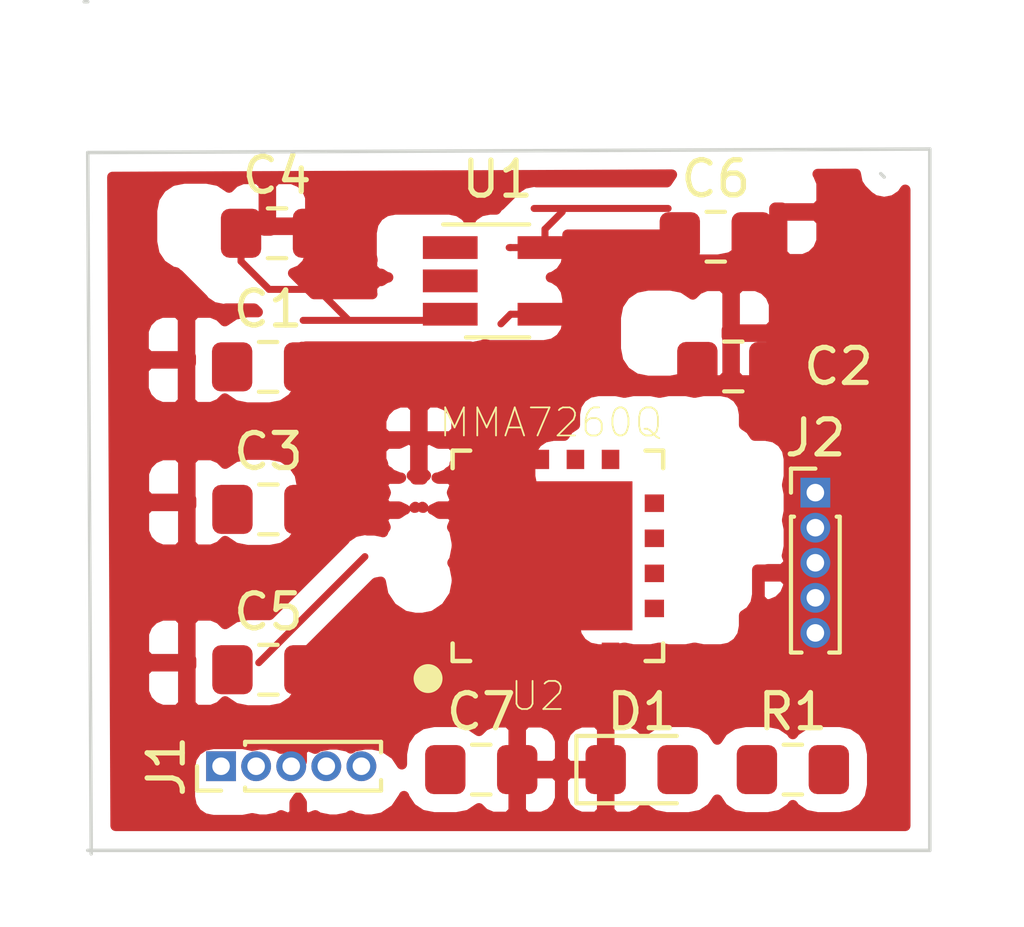
<source format=kicad_pcb>
(kicad_pcb (version 20171130) (host pcbnew 5.0.0-fee4fd1~66~ubuntu16.04.1)

  (general
    (thickness 1.6)
    (drawings 6)
    (tracks 14)
    (zones 0)
    (modules 13)
    (nets 17)
  )

  (page A4)
  (layers
    (0 F.Cu signal)
    (31 B.Cu signal)
    (32 B.Adhes user)
    (33 F.Adhes user)
    (34 B.Paste user)
    (35 F.Paste user)
    (36 B.SilkS user)
    (37 F.SilkS user)
    (38 B.Mask user)
    (39 F.Mask user)
    (40 Dwgs.User user)
    (41 Cmts.User user)
    (42 Eco1.User user)
    (43 Eco2.User user)
    (44 Edge.Cuts user)
    (45 Margin user)
    (46 B.CrtYd user)
    (47 F.CrtYd user)
    (48 B.Fab user)
    (49 F.Fab user)
  )

  (setup
    (last_trace_width 0.25)
    (user_trace_width 0.3)
    (user_trace_width 0.5)
    (user_trace_width 0.8)
    (user_trace_width 1)
    (trace_clearance 0.25)
    (zone_clearance 0.508)
    (zone_45_only no)
    (trace_min 0.25)
    (segment_width 0.2)
    (edge_width 0.1)
    (via_size 1)
    (via_drill 0.5)
    (via_min_size 1)
    (via_min_drill 0.5)
    (user_via 1.4 0.7)
    (uvia_size 0.3)
    (uvia_drill 0.1)
    (uvias_allowed no)
    (uvia_min_size 0.2)
    (uvia_min_drill 0.1)
    (pcb_text_width 0.3)
    (pcb_text_size 1.5 1.5)
    (mod_edge_width 0.15)
    (mod_text_size 1 1)
    (mod_text_width 0.15)
    (pad_size 1.5 1.5)
    (pad_drill 0.6)
    (pad_to_mask_clearance 0)
    (aux_axis_origin 0 0)
    (visible_elements FFFFFF7F)
    (pcbplotparams
      (layerselection 0x010fc_ffffffff)
      (usegerberextensions false)
      (usegerberattributes false)
      (usegerberadvancedattributes false)
      (creategerberjobfile false)
      (excludeedgelayer true)
      (linewidth 0.100000)
      (plotframeref false)
      (viasonmask false)
      (mode 1)
      (useauxorigin false)
      (hpglpennumber 1)
      (hpglpenspeed 20)
      (hpglpendiameter 15.000000)
      (psnegative false)
      (psa4output false)
      (plotreference true)
      (plotvalue true)
      (plotinvisibletext false)
      (padsonsilk false)
      (subtractmaskfromsilk false)
      (outputformat 1)
      (mirror false)
      (drillshape 1)
      (scaleselection 1)
      (outputdirectory ""))
  )

  (net 0 "")
  (net 1 "Net-(D1-Pad2)")
  (net 2 GND)
  (net 3 +5V)
  (net 4 "/MMA 7361 Module/Og-Detect")
  (net 5 "/MMA 7361 Module/g-Select")
  (net 6 "/MMA 7361 Module/Sleep")
  (net 7 "Net-(J1-Pad1)")
  (net 8 "Net-(C1-Pad2)")
  (net 9 "Net-(C3-Pad2)")
  (net 10 "Net-(C5-Pad2)")
  (net 11 VCC)
  (net 12 "/MMA 7361 Module/SelfTest")
  (net 13 "Net-(U2-Pad1)")
  (net 14 "Net-(U2-Pad8)")
  (net 15 "Net-(U2-Pad11)")
  (net 16 "Net-(U2-Pad12)")

  (net_class Default "This is the default net class."
    (clearance 0.25)
    (trace_width 0.25)
    (via_dia 1)
    (via_drill 0.5)
    (uvia_dia 0.3)
    (uvia_drill 0.1)
    (diff_pair_gap 0.25)
    (diff_pair_width 0.25)
    (add_net +5V)
    (add_net "/MMA 7361 Module/Og-Detect")
    (add_net "/MMA 7361 Module/SelfTest")
    (add_net "/MMA 7361 Module/Sleep")
    (add_net "/MMA 7361 Module/g-Select")
    (add_net GND)
    (add_net "Net-(C1-Pad2)")
    (add_net "Net-(C3-Pad2)")
    (add_net "Net-(C5-Pad2)")
    (add_net "Net-(D1-Pad2)")
    (add_net "Net-(J1-Pad1)")
    (add_net "Net-(U2-Pad1)")
    (add_net "Net-(U2-Pad11)")
    (add_net "Net-(U2-Pad12)")
    (add_net "Net-(U2-Pad8)")
    (add_net VCC)
  )

  (module MMA7260Q:QFN-16 (layer F.Cu) (tedit 0) (tstamp 5BCEFB33)
    (at 142.9 94.6)
    (descr "16 LEAD QFN CASE 1622-01<br>E.g. MMA7260Q")
    (path /5BC12037/5BCB38D8)
    (attr smd)
    (fp_text reference U2 (at -0.56913 3.99993) (layer F.SilkS)
      (effects (font (size 0.801591 0.801591) (thickness 0.05)))
    )
    (fp_text value MMA7260Q (at -0.2 -3.8) (layer F.SilkS)
      (effects (font (size 0.800764 0.800764) (thickness 0.05)))
    )
    (fp_line (start -3 -3) (end 3 -3) (layer Dwgs.User) (width 0.127))
    (fp_line (start 3 -3) (end 3 3) (layer Dwgs.User) (width 0.127))
    (fp_line (start 3 3) (end -3 3) (layer Dwgs.User) (width 0.127))
    (fp_line (start -3 3) (end -3 -3) (layer Dwgs.User) (width 0.127))
    (fp_line (start -2.5 -3) (end -3 -3) (layer F.SilkS) (width 0.127))
    (fp_line (start -3 -3) (end -3 -2.5) (layer F.SilkS) (width 0.127))
    (fp_line (start 2.5 -3) (end 3 -3) (layer F.SilkS) (width 0.127))
    (fp_line (start 3 -3) (end 3 -2.5) (layer F.SilkS) (width 0.127))
    (fp_line (start -3 2.5) (end -3 3) (layer F.SilkS) (width 0.127))
    (fp_line (start -3 3) (end -2.5 3) (layer F.SilkS) (width 0.127))
    (fp_line (start 2.5 3) (end 3 3) (layer F.SilkS) (width 0.127))
    (fp_line (start 3 3) (end 3 2.5) (layer F.SilkS) (width 0.127))
    (fp_circle (center -3.7 3.5) (end -3.2877 3.5) (layer F.SilkS) (width 0))
    (pad P1 smd rect (at 0 0) (size 4.25 4.25) (layers F.Cu F.Paste F.Mask))
    (pad 1 smd rect (at -1.5 2.75) (size 0.5 0.55) (layers F.Cu F.Paste F.Mask)
      (net 13 "Net-(U2-Pad1)"))
    (pad 2 smd rect (at -0.5 2.75) (size 0.5 0.55) (layers F.Cu F.Paste F.Mask)
      (net 9 "Net-(C3-Pad2)"))
    (pad 3 smd rect (at 0.5 2.75) (size 0.5 0.55) (layers F.Cu F.Paste F.Mask)
      (net 10 "Net-(C5-Pad2)"))
    (pad 4 smd rect (at 1.5 2.75) (size 0.5 0.55) (layers F.Cu F.Paste F.Mask)
      (net 8 "Net-(C1-Pad2)"))
    (pad 5 smd rect (at 2.75 1.5 90) (size 0.5 0.55) (layers F.Cu F.Paste F.Mask)
      (net 2 GND))
    (pad 6 smd rect (at 2.75 0.5 90) (size 0.5 0.55) (layers F.Cu F.Paste F.Mask)
      (net 11 VCC))
    (pad 7 smd rect (at 2.75 -0.5 90) (size 0.5 0.55) (layers F.Cu F.Paste F.Mask)
      (net 6 "/MMA 7361 Module/Sleep"))
    (pad 8 smd rect (at 2.75 -1.5 90) (size 0.5 0.55) (layers F.Cu F.Paste F.Mask)
      (net 14 "Net-(U2-Pad8)"))
    (pad 9 smd rect (at 1.5 -2.75 180) (size 0.5 0.55) (layers F.Cu F.Paste F.Mask)
      (net 4 "/MMA 7361 Module/Og-Detect"))
    (pad 10 smd rect (at 0.5 -2.75 180) (size 0.5 0.55) (layers F.Cu F.Paste F.Mask)
      (net 5 "/MMA 7361 Module/g-Select"))
    (pad 11 smd rect (at -0.5 -2.75 180) (size 0.5 0.55) (layers F.Cu F.Paste F.Mask)
      (net 15 "Net-(U2-Pad11)"))
    (pad 12 smd rect (at -1.5 -2.75 180) (size 0.5 0.55) (layers F.Cu F.Paste F.Mask)
      (net 16 "Net-(U2-Pad12)"))
    (pad 13 smd rect (at -2.75 -1.5 270) (size 0.5 0.55) (layers F.Cu F.Paste F.Mask)
      (net 12 "/MMA 7361 Module/SelfTest"))
    (pad 14 smd rect (at -2.75 -0.5 270) (size 0.5 0.55) (layers F.Cu F.Paste F.Mask))
    (pad 15 smd rect (at -2.75 0.5 270) (size 0.5 0.55) (layers F.Cu F.Paste F.Mask))
    (pad 16 smd rect (at -2.75 1.5 270) (size 0.5 0.55) (layers F.Cu F.Paste F.Mask))
  )

  (module Connector_PinHeader_1.00mm:PinHeader_1x05_P1.00mm_Vertical (layer F.Cu) (tedit 59FED738) (tstamp 5BCF002E)
    (at 150.238 92.798)
    (descr "Through hole straight pin header, 1x05, 1.00mm pitch, single row")
    (tags "Through hole pin header THT 1x05 1.00mm single row")
    (path /5BC12037/5BC52AEF)
    (fp_text reference J2 (at 0 -1.56) (layer F.SilkS)
      (effects (font (size 1 1) (thickness 0.15)))
    )
    (fp_text value Conn_01x05 (at 2.162 1.202 90) (layer F.Fab)
      (effects (font (size 1 1) (thickness 0.15)))
    )
    (fp_text user %R (at 0 2 90) (layer F.Fab)
      (effects (font (size 0.76 0.76) (thickness 0.114)))
    )
    (fp_line (start 1.15 -1) (end -1.15 -1) (layer F.CrtYd) (width 0.05))
    (fp_line (start 1.15 5) (end 1.15 -1) (layer F.CrtYd) (width 0.05))
    (fp_line (start -1.15 5) (end 1.15 5) (layer F.CrtYd) (width 0.05))
    (fp_line (start -1.15 -1) (end -1.15 5) (layer F.CrtYd) (width 0.05))
    (fp_line (start -0.695 -0.685) (end 0 -0.685) (layer F.SilkS) (width 0.12))
    (fp_line (start -0.695 0) (end -0.695 -0.685) (layer F.SilkS) (width 0.12))
    (fp_line (start 0.608276 0.685) (end 0.695 0.685) (layer F.SilkS) (width 0.12))
    (fp_line (start -0.695 0.685) (end -0.608276 0.685) (layer F.SilkS) (width 0.12))
    (fp_line (start 0.695 0.685) (end 0.695 4.56) (layer F.SilkS) (width 0.12))
    (fp_line (start -0.695 0.685) (end -0.695 4.56) (layer F.SilkS) (width 0.12))
    (fp_line (start 0.394493 4.56) (end 0.695 4.56) (layer F.SilkS) (width 0.12))
    (fp_line (start -0.695 4.56) (end -0.394493 4.56) (layer F.SilkS) (width 0.12))
    (fp_line (start -0.635 -0.1825) (end -0.3175 -0.5) (layer F.Fab) (width 0.1))
    (fp_line (start -0.635 4.5) (end -0.635 -0.1825) (layer F.Fab) (width 0.1))
    (fp_line (start 0.635 4.5) (end -0.635 4.5) (layer F.Fab) (width 0.1))
    (fp_line (start 0.635 -0.5) (end 0.635 4.5) (layer F.Fab) (width 0.1))
    (fp_line (start -0.3175 -0.5) (end 0.635 -0.5) (layer F.Fab) (width 0.1))
    (pad 5 thru_hole oval (at 0 4) (size 0.85 0.85) (drill 0.5) (layers *.Cu *.Mask)
      (net 4 "/MMA 7361 Module/Og-Detect"))
    (pad 4 thru_hole oval (at 0 3) (size 0.85 0.85) (drill 0.5) (layers *.Cu *.Mask)
      (net 6 "/MMA 7361 Module/Sleep"))
    (pad 3 thru_hole oval (at 0 2) (size 0.85 0.85) (drill 0.5) (layers *.Cu *.Mask)
      (net 2 GND))
    (pad 2 thru_hole oval (at 0 1) (size 0.85 0.85) (drill 0.5) (layers *.Cu *.Mask)
      (net 2 GND))
    (pad 1 thru_hole rect (at 0 0) (size 0.85 0.85) (drill 0.5) (layers *.Cu *.Mask)
      (net 2 GND))
    (model ${KISYS3DMOD}/Connector_PinHeader_1.00mm.3dshapes/PinHeader_1x05_P1.00mm_Vertical.wrl
      (at (xyz 0 0 0))
      (scale (xyz 1 1 1))
      (rotate (xyz 0 0 0))
    )
  )

  (module Connector_PinHeader_1.00mm:PinHeader_1x05_P1.00mm_Vertical (layer F.Cu) (tedit 59FED738) (tstamp 5BCF0014)
    (at 133.3 100.6 90)
    (descr "Through hole straight pin header, 1x05, 1.00mm pitch, single row")
    (tags "Through hole pin header THT 1x05 1.00mm single row")
    (path /5BC12037/5BC514EF)
    (fp_text reference J1 (at 0 -1.56 90) (layer F.SilkS)
      (effects (font (size 1 1) (thickness 0.15)))
    )
    (fp_text value Conn_01x05 (at -1.8 2.7 180) (layer F.Fab)
      (effects (font (size 1 1) (thickness 0.15)))
    )
    (fp_line (start -0.3175 -0.5) (end 0.635 -0.5) (layer F.Fab) (width 0.1))
    (fp_line (start 0.635 -0.5) (end 0.635 4.5) (layer F.Fab) (width 0.1))
    (fp_line (start 0.635 4.5) (end -0.635 4.5) (layer F.Fab) (width 0.1))
    (fp_line (start -0.635 4.5) (end -0.635 -0.1825) (layer F.Fab) (width 0.1))
    (fp_line (start -0.635 -0.1825) (end -0.3175 -0.5) (layer F.Fab) (width 0.1))
    (fp_line (start -0.695 4.56) (end -0.394493 4.56) (layer F.SilkS) (width 0.12))
    (fp_line (start 0.394493 4.56) (end 0.695 4.56) (layer F.SilkS) (width 0.12))
    (fp_line (start -0.695 0.685) (end -0.695 4.56) (layer F.SilkS) (width 0.12))
    (fp_line (start 0.695 0.685) (end 0.695 4.56) (layer F.SilkS) (width 0.12))
    (fp_line (start -0.695 0.685) (end -0.608276 0.685) (layer F.SilkS) (width 0.12))
    (fp_line (start 0.608276 0.685) (end 0.695 0.685) (layer F.SilkS) (width 0.12))
    (fp_line (start -0.695 0) (end -0.695 -0.685) (layer F.SilkS) (width 0.12))
    (fp_line (start -0.695 -0.685) (end 0 -0.685) (layer F.SilkS) (width 0.12))
    (fp_line (start -1.15 -1) (end -1.15 5) (layer F.CrtYd) (width 0.05))
    (fp_line (start -1.15 5) (end 1.15 5) (layer F.CrtYd) (width 0.05))
    (fp_line (start 1.15 5) (end 1.15 -1) (layer F.CrtYd) (width 0.05))
    (fp_line (start 1.15 -1) (end -1.15 -1) (layer F.CrtYd) (width 0.05))
    (fp_text user %R (at 0 2 180) (layer F.Fab)
      (effects (font (size 0.76 0.76) (thickness 0.114)))
    )
    (pad 1 thru_hole rect (at 0 0 90) (size 0.85 0.85) (drill 0.5) (layers *.Cu *.Mask)
      (net 7 "Net-(J1-Pad1)"))
    (pad 2 thru_hole oval (at 0 1 90) (size 0.85 0.85) (drill 0.5) (layers *.Cu *.Mask)
      (net 11 VCC))
    (pad 3 thru_hole oval (at 0 2 90) (size 0.85 0.85) (drill 0.5) (layers *.Cu *.Mask)
      (net 2 GND))
    (pad 4 thru_hole oval (at 0 3 90) (size 0.85 0.85) (drill 0.5) (layers *.Cu *.Mask)
      (net 5 "/MMA 7361 Module/g-Select"))
    (pad 5 thru_hole oval (at 0 4 90) (size 0.85 0.85) (drill 0.5) (layers *.Cu *.Mask)
      (net 12 "/MMA 7361 Module/SelfTest"))
    (model ${KISYS3DMOD}/Connector_PinHeader_1.00mm.3dshapes/PinHeader_1x05_P1.00mm_Vertical.wrl
      (at (xyz 0 0 0))
      (scale (xyz 1 1 1))
      (rotate (xyz 0 0 0))
    )
  )

  (module Capacitor_SMD:C_0805_2012Metric_Pad1.15x1.40mm_HandSolder (layer F.Cu) (tedit 5B36C52B) (tstamp 5BCEFBED)
    (at 140.716 100.696)
    (descr "Capacitor SMD 0805 (2012 Metric), square (rectangular) end terminal, IPC_7351 nominal with elongated pad for handsoldering. (Body size source: https://docs.google.com/spreadsheets/d/1BsfQQcO9C6DZCsRaXUlFlo91Tg2WpOkGARC1WS5S8t0/edit?usp=sharing), generated with kicad-footprint-generator")
    (tags "capacitor handsolder")
    (path /5BC12037/5BC2F1C2)
    (attr smd)
    (fp_text reference C7 (at 0 -1.65) (layer F.SilkS)
      (effects (font (size 1 1) (thickness 0.15)))
    )
    (fp_text value "470 µF" (at 2.484 1.704) (layer F.Fab)
      (effects (font (size 1 1) (thickness 0.15)))
    )
    (fp_line (start -1 0.6) (end -1 -0.6) (layer F.Fab) (width 0.1))
    (fp_line (start -1 -0.6) (end 1 -0.6) (layer F.Fab) (width 0.1))
    (fp_line (start 1 -0.6) (end 1 0.6) (layer F.Fab) (width 0.1))
    (fp_line (start 1 0.6) (end -1 0.6) (layer F.Fab) (width 0.1))
    (fp_line (start -0.261252 -0.71) (end 0.261252 -0.71) (layer F.SilkS) (width 0.12))
    (fp_line (start -0.261252 0.71) (end 0.261252 0.71) (layer F.SilkS) (width 0.12))
    (fp_line (start -1.85 0.95) (end -1.85 -0.95) (layer F.CrtYd) (width 0.05))
    (fp_line (start -1.85 -0.95) (end 1.85 -0.95) (layer F.CrtYd) (width 0.05))
    (fp_line (start 1.85 -0.95) (end 1.85 0.95) (layer F.CrtYd) (width 0.05))
    (fp_line (start 1.85 0.95) (end -1.85 0.95) (layer F.CrtYd) (width 0.05))
    (fp_text user %R (at 0 0) (layer F.Fab)
      (effects (font (size 0.5 0.5) (thickness 0.08)))
    )
    (pad 1 smd roundrect (at -1.025 0) (size 1.15 1.4) (layers F.Cu F.Paste F.Mask) (roundrect_rratio 0.217391)
      (net 11 VCC))
    (pad 2 smd roundrect (at 1.025 0) (size 1.15 1.4) (layers F.Cu F.Paste F.Mask) (roundrect_rratio 0.217391)
      (net 2 GND))
    (model ${KISYS3DMOD}/Capacitor_SMD.3dshapes/C_0805_2012Metric.wrl
      (at (xyz 0 0 0))
      (scale (xyz 1 1 1))
      (rotate (xyz 0 0 0))
    )
  )

  (module Capacitor_SMD:C_0805_2012Metric_Pad1.15x1.40mm_HandSolder (layer F.Cu) (tedit 5B36C52B) (tstamp 5BCEFBDC)
    (at 147.4 85.5)
    (descr "Capacitor SMD 0805 (2012 Metric), square (rectangular) end terminal, IPC_7351 nominal with elongated pad for handsoldering. (Body size source: https://docs.google.com/spreadsheets/d/1BsfQQcO9C6DZCsRaXUlFlo91Tg2WpOkGARC1WS5S8t0/edit?usp=sharing), generated with kicad-footprint-generator")
    (tags "capacitor handsolder")
    (path /5BC12037/5BC26B05)
    (attr smd)
    (fp_text reference C6 (at 0 -1.65) (layer F.SilkS)
      (effects (font (size 1 1) (thickness 0.15)))
    )
    (fp_text value "1 µF" (at 0 1.65) (layer F.Fab)
      (effects (font (size 1 1) (thickness 0.15)))
    )
    (fp_text user %R (at 0 0) (layer F.Fab)
      (effects (font (size 0.5 0.5) (thickness 0.08)))
    )
    (fp_line (start 1.85 0.95) (end -1.85 0.95) (layer F.CrtYd) (width 0.05))
    (fp_line (start 1.85 -0.95) (end 1.85 0.95) (layer F.CrtYd) (width 0.05))
    (fp_line (start -1.85 -0.95) (end 1.85 -0.95) (layer F.CrtYd) (width 0.05))
    (fp_line (start -1.85 0.95) (end -1.85 -0.95) (layer F.CrtYd) (width 0.05))
    (fp_line (start -0.261252 0.71) (end 0.261252 0.71) (layer F.SilkS) (width 0.12))
    (fp_line (start -0.261252 -0.71) (end 0.261252 -0.71) (layer F.SilkS) (width 0.12))
    (fp_line (start 1 0.6) (end -1 0.6) (layer F.Fab) (width 0.1))
    (fp_line (start 1 -0.6) (end 1 0.6) (layer F.Fab) (width 0.1))
    (fp_line (start -1 -0.6) (end 1 -0.6) (layer F.Fab) (width 0.1))
    (fp_line (start -1 0.6) (end -1 -0.6) (layer F.Fab) (width 0.1))
    (pad 2 smd roundrect (at 1.025 0) (size 1.15 1.4) (layers F.Cu F.Paste F.Mask) (roundrect_rratio 0.217391)
      (net 2 GND))
    (pad 1 smd roundrect (at -1.025 0) (size 1.15 1.4) (layers F.Cu F.Paste F.Mask) (roundrect_rratio 0.217391)
      (net 11 VCC))
    (model ${KISYS3DMOD}/Capacitor_SMD.3dshapes/C_0805_2012Metric.wrl
      (at (xyz 0 0 0))
      (scale (xyz 1 1 1))
      (rotate (xyz 0 0 0))
    )
  )

  (module Capacitor_SMD:C_0805_2012Metric_Pad1.15x1.40mm_HandSolder (layer F.Cu) (tedit 5B36C52B) (tstamp 5BCEFBCB)
    (at 134.65 97.848)
    (descr "Capacitor SMD 0805 (2012 Metric), square (rectangular) end terminal, IPC_7351 nominal with elongated pad for handsoldering. (Body size source: https://docs.google.com/spreadsheets/d/1BsfQQcO9C6DZCsRaXUlFlo91Tg2WpOkGARC1WS5S8t0/edit?usp=sharing), generated with kicad-footprint-generator")
    (tags "capacitor handsolder")
    (path /5BC12037/5BC292F0)
    (attr smd)
    (fp_text reference C5 (at 0 -1.65) (layer F.SilkS)
      (effects (font (size 1 1) (thickness 0.15)))
    )
    (fp_text value 3.3nf (at 0 1.65) (layer F.Fab)
      (effects (font (size 1 1) (thickness 0.15)))
    )
    (fp_line (start -1 0.6) (end -1 -0.6) (layer F.Fab) (width 0.1))
    (fp_line (start -1 -0.6) (end 1 -0.6) (layer F.Fab) (width 0.1))
    (fp_line (start 1 -0.6) (end 1 0.6) (layer F.Fab) (width 0.1))
    (fp_line (start 1 0.6) (end -1 0.6) (layer F.Fab) (width 0.1))
    (fp_line (start -0.261252 -0.71) (end 0.261252 -0.71) (layer F.SilkS) (width 0.12))
    (fp_line (start -0.261252 0.71) (end 0.261252 0.71) (layer F.SilkS) (width 0.12))
    (fp_line (start -1.85 0.95) (end -1.85 -0.95) (layer F.CrtYd) (width 0.05))
    (fp_line (start -1.85 -0.95) (end 1.85 -0.95) (layer F.CrtYd) (width 0.05))
    (fp_line (start 1.85 -0.95) (end 1.85 0.95) (layer F.CrtYd) (width 0.05))
    (fp_line (start 1.85 0.95) (end -1.85 0.95) (layer F.CrtYd) (width 0.05))
    (fp_text user %R (at 0 0) (layer F.Fab)
      (effects (font (size 0.5 0.5) (thickness 0.08)))
    )
    (pad 1 smd roundrect (at -1.025 0) (size 1.15 1.4) (layers F.Cu F.Paste F.Mask) (roundrect_rratio 0.217391)
      (net 2 GND))
    (pad 2 smd roundrect (at 1.025 0) (size 1.15 1.4) (layers F.Cu F.Paste F.Mask) (roundrect_rratio 0.217391)
      (net 10 "Net-(C5-Pad2)"))
    (model ${KISYS3DMOD}/Capacitor_SMD.3dshapes/C_0805_2012Metric.wrl
      (at (xyz 0 0 0))
      (scale (xyz 1 1 1))
      (rotate (xyz 0 0 0))
    )
  )

  (module Capacitor_SMD:C_0805_2012Metric_Pad1.15x1.40mm_HandSolder (layer F.Cu) (tedit 5B36C52B) (tstamp 5BCEFBBA)
    (at 134.895 85.402)
    (descr "Capacitor SMD 0805 (2012 Metric), square (rectangular) end terminal, IPC_7351 nominal with elongated pad for handsoldering. (Body size source: https://docs.google.com/spreadsheets/d/1BsfQQcO9C6DZCsRaXUlFlo91Tg2WpOkGARC1WS5S8t0/edit?usp=sharing), generated with kicad-footprint-generator")
    (tags "capacitor handsolder")
    (path /5BC12037/5BC120D2)
    (attr smd)
    (fp_text reference C4 (at 0 -1.65) (layer F.SilkS)
      (effects (font (size 1 1) (thickness 0.15)))
    )
    (fp_text value "470 µF" (at 0 1.65) (layer F.Fab)
      (effects (font (size 1 1) (thickness 0.15)))
    )
    (fp_text user %R (at 0 0) (layer F.Fab)
      (effects (font (size 0.5 0.5) (thickness 0.08)))
    )
    (fp_line (start 1.85 0.95) (end -1.85 0.95) (layer F.CrtYd) (width 0.05))
    (fp_line (start 1.85 -0.95) (end 1.85 0.95) (layer F.CrtYd) (width 0.05))
    (fp_line (start -1.85 -0.95) (end 1.85 -0.95) (layer F.CrtYd) (width 0.05))
    (fp_line (start -1.85 0.95) (end -1.85 -0.95) (layer F.CrtYd) (width 0.05))
    (fp_line (start -0.261252 0.71) (end 0.261252 0.71) (layer F.SilkS) (width 0.12))
    (fp_line (start -0.261252 -0.71) (end 0.261252 -0.71) (layer F.SilkS) (width 0.12))
    (fp_line (start 1 0.6) (end -1 0.6) (layer F.Fab) (width 0.1))
    (fp_line (start 1 -0.6) (end 1 0.6) (layer F.Fab) (width 0.1))
    (fp_line (start -1 -0.6) (end 1 -0.6) (layer F.Fab) (width 0.1))
    (fp_line (start -1 0.6) (end -1 -0.6) (layer F.Fab) (width 0.1))
    (pad 2 smd roundrect (at 1.025 0) (size 1.15 1.4) (layers F.Cu F.Paste F.Mask) (roundrect_rratio 0.217391)
      (net 2 GND))
    (pad 1 smd roundrect (at -1.025 0) (size 1.15 1.4) (layers F.Cu F.Paste F.Mask) (roundrect_rratio 0.217391)
      (net 3 +5V))
    (model ${KISYS3DMOD}/Capacitor_SMD.3dshapes/C_0805_2012Metric.wrl
      (at (xyz 0 0 0))
      (scale (xyz 1 1 1))
      (rotate (xyz 0 0 0))
    )
  )

  (module Capacitor_SMD:C_0805_2012Metric_Pad1.15x1.40mm_HandSolder (layer F.Cu) (tedit 5B36C52B) (tstamp 5BCEFBA9)
    (at 134.65 93.276)
    (descr "Capacitor SMD 0805 (2012 Metric), square (rectangular) end terminal, IPC_7351 nominal with elongated pad for handsoldering. (Body size source: https://docs.google.com/spreadsheets/d/1BsfQQcO9C6DZCsRaXUlFlo91Tg2WpOkGARC1WS5S8t0/edit?usp=sharing), generated with kicad-footprint-generator")
    (tags "capacitor handsolder")
    (path /5BC12037/5BC2913B)
    (attr smd)
    (fp_text reference C3 (at 0 -1.65) (layer F.SilkS)
      (effects (font (size 1 1) (thickness 0.15)))
    )
    (fp_text value 3.3nf (at 0 1.65) (layer F.Fab)
      (effects (font (size 1 1) (thickness 0.15)))
    )
    (fp_line (start -1 0.6) (end -1 -0.6) (layer F.Fab) (width 0.1))
    (fp_line (start -1 -0.6) (end 1 -0.6) (layer F.Fab) (width 0.1))
    (fp_line (start 1 -0.6) (end 1 0.6) (layer F.Fab) (width 0.1))
    (fp_line (start 1 0.6) (end -1 0.6) (layer F.Fab) (width 0.1))
    (fp_line (start -0.261252 -0.71) (end 0.261252 -0.71) (layer F.SilkS) (width 0.12))
    (fp_line (start -0.261252 0.71) (end 0.261252 0.71) (layer F.SilkS) (width 0.12))
    (fp_line (start -1.85 0.95) (end -1.85 -0.95) (layer F.CrtYd) (width 0.05))
    (fp_line (start -1.85 -0.95) (end 1.85 -0.95) (layer F.CrtYd) (width 0.05))
    (fp_line (start 1.85 -0.95) (end 1.85 0.95) (layer F.CrtYd) (width 0.05))
    (fp_line (start 1.85 0.95) (end -1.85 0.95) (layer F.CrtYd) (width 0.05))
    (fp_text user %R (at 0 0) (layer F.Fab)
      (effects (font (size 0.5 0.5) (thickness 0.08)))
    )
    (pad 1 smd roundrect (at -1.025 0) (size 1.15 1.4) (layers F.Cu F.Paste F.Mask) (roundrect_rratio 0.217391)
      (net 2 GND))
    (pad 2 smd roundrect (at 1.025 0) (size 1.15 1.4) (layers F.Cu F.Paste F.Mask) (roundrect_rratio 0.217391)
      (net 9 "Net-(C3-Pad2)"))
    (model ${KISYS3DMOD}/Capacitor_SMD.3dshapes/C_0805_2012Metric.wrl
      (at (xyz 0 0 0))
      (scale (xyz 1 1 1))
      (rotate (xyz 0 0 0))
    )
  )

  (module Capacitor_SMD:C_0805_2012Metric_Pad1.15x1.40mm_HandSolder (layer F.Cu) (tedit 5B36C52B) (tstamp 5BCEFB98)
    (at 147.9 89.2)
    (descr "Capacitor SMD 0805 (2012 Metric), square (rectangular) end terminal, IPC_7351 nominal with elongated pad for handsoldering. (Body size source: https://docs.google.com/spreadsheets/d/1BsfQQcO9C6DZCsRaXUlFlo91Tg2WpOkGARC1WS5S8t0/edit?usp=sharing), generated with kicad-footprint-generator")
    (tags "capacitor handsolder")
    (path /5BC12037/5BC123C9)
    (attr smd)
    (fp_text reference C2 (at 3 0) (layer F.SilkS)
      (effects (font (size 1 1) (thickness 0.15)))
    )
    (fp_text value "1 µF" (at 0.3 1.6) (layer F.Fab)
      (effects (font (size 1 1) (thickness 0.15)))
    )
    (fp_text user %R (at 0 0) (layer F.Fab)
      (effects (font (size 0.5 0.5) (thickness 0.08)))
    )
    (fp_line (start 1.85 0.95) (end -1.85 0.95) (layer F.CrtYd) (width 0.05))
    (fp_line (start 1.85 -0.95) (end 1.85 0.95) (layer F.CrtYd) (width 0.05))
    (fp_line (start -1.85 -0.95) (end 1.85 -0.95) (layer F.CrtYd) (width 0.05))
    (fp_line (start -1.85 0.95) (end -1.85 -0.95) (layer F.CrtYd) (width 0.05))
    (fp_line (start -0.261252 0.71) (end 0.261252 0.71) (layer F.SilkS) (width 0.12))
    (fp_line (start -0.261252 -0.71) (end 0.261252 -0.71) (layer F.SilkS) (width 0.12))
    (fp_line (start 1 0.6) (end -1 0.6) (layer F.Fab) (width 0.1))
    (fp_line (start 1 -0.6) (end 1 0.6) (layer F.Fab) (width 0.1))
    (fp_line (start -1 -0.6) (end 1 -0.6) (layer F.Fab) (width 0.1))
    (fp_line (start -1 0.6) (end -1 -0.6) (layer F.Fab) (width 0.1))
    (pad 2 smd roundrect (at 1.025 0) (size 1.15 1.4) (layers F.Cu F.Paste F.Mask) (roundrect_rratio 0.217391)
      (net 2 GND))
    (pad 1 smd roundrect (at -1.025 0) (size 1.15 1.4) (layers F.Cu F.Paste F.Mask) (roundrect_rratio 0.217391)
      (net 3 +5V))
    (model ${KISYS3DMOD}/Capacitor_SMD.3dshapes/C_0805_2012Metric.wrl
      (at (xyz 0 0 0))
      (scale (xyz 1 1 1))
      (rotate (xyz 0 0 0))
    )
  )

  (module Capacitor_SMD:C_0805_2012Metric_Pad1.15x1.40mm_HandSolder (layer F.Cu) (tedit 5B36C52B) (tstamp 5BCEFB87)
    (at 134.641 89.212)
    (descr "Capacitor SMD 0805 (2012 Metric), square (rectangular) end terminal, IPC_7351 nominal with elongated pad for handsoldering. (Body size source: https://docs.google.com/spreadsheets/d/1BsfQQcO9C6DZCsRaXUlFlo91Tg2WpOkGARC1WS5S8t0/edit?usp=sharing), generated with kicad-footprint-generator")
    (tags "capacitor handsolder")
    (path /5BC12037/5BC2906F)
    (attr smd)
    (fp_text reference C1 (at 0 -1.65) (layer F.SilkS)
      (effects (font (size 1 1) (thickness 0.15)))
    )
    (fp_text value 3.3nf (at 0 1.65) (layer F.Fab)
      (effects (font (size 1 1) (thickness 0.15)))
    )
    (fp_line (start -1 0.6) (end -1 -0.6) (layer F.Fab) (width 0.1))
    (fp_line (start -1 -0.6) (end 1 -0.6) (layer F.Fab) (width 0.1))
    (fp_line (start 1 -0.6) (end 1 0.6) (layer F.Fab) (width 0.1))
    (fp_line (start 1 0.6) (end -1 0.6) (layer F.Fab) (width 0.1))
    (fp_line (start -0.261252 -0.71) (end 0.261252 -0.71) (layer F.SilkS) (width 0.12))
    (fp_line (start -0.261252 0.71) (end 0.261252 0.71) (layer F.SilkS) (width 0.12))
    (fp_line (start -1.85 0.95) (end -1.85 -0.95) (layer F.CrtYd) (width 0.05))
    (fp_line (start -1.85 -0.95) (end 1.85 -0.95) (layer F.CrtYd) (width 0.05))
    (fp_line (start 1.85 -0.95) (end 1.85 0.95) (layer F.CrtYd) (width 0.05))
    (fp_line (start 1.85 0.95) (end -1.85 0.95) (layer F.CrtYd) (width 0.05))
    (fp_text user %R (at 0 0) (layer F.Fab)
      (effects (font (size 0.5 0.5) (thickness 0.08)))
    )
    (pad 1 smd roundrect (at -1.025 0) (size 1.15 1.4) (layers F.Cu F.Paste F.Mask) (roundrect_rratio 0.217391)
      (net 2 GND))
    (pad 2 smd roundrect (at 1.025 0) (size 1.15 1.4) (layers F.Cu F.Paste F.Mask) (roundrect_rratio 0.217391)
      (net 8 "Net-(C1-Pad2)"))
    (model ${KISYS3DMOD}/Capacitor_SMD.3dshapes/C_0805_2012Metric.wrl
      (at (xyz 0 0 0))
      (scale (xyz 1 1 1))
      (rotate (xyz 0 0 0))
    )
  )

  (module LED_SMD:LED_0805_2012Metric_Pad1.15x1.40mm_HandSolder (layer F.Cu) (tedit 5B4B45C9) (tstamp 5BCEFB46)
    (at 145.288 100.696)
    (descr "LED SMD 0805 (2012 Metric), square (rectangular) end terminal, IPC_7351 nominal, (Body size source: https://docs.google.com/spreadsheets/d/1BsfQQcO9C6DZCsRaXUlFlo91Tg2WpOkGARC1WS5S8t0/edit?usp=sharing), generated with kicad-footprint-generator")
    (tags "LED handsolder")
    (path /5BC12037/5BC2963F)
    (attr smd)
    (fp_text reference D1 (at 0 -1.65) (layer F.SilkS)
      (effects (font (size 1 1) (thickness 0.15)))
    )
    (fp_text value LED (at 0.912 1.65) (layer F.Fab)
      (effects (font (size 1 1) (thickness 0.15)))
    )
    (fp_line (start 1 -0.6) (end -0.7 -0.6) (layer F.Fab) (width 0.1))
    (fp_line (start -0.7 -0.6) (end -1 -0.3) (layer F.Fab) (width 0.1))
    (fp_line (start -1 -0.3) (end -1 0.6) (layer F.Fab) (width 0.1))
    (fp_line (start -1 0.6) (end 1 0.6) (layer F.Fab) (width 0.1))
    (fp_line (start 1 0.6) (end 1 -0.6) (layer F.Fab) (width 0.1))
    (fp_line (start 1 -0.96) (end -1.86 -0.96) (layer F.SilkS) (width 0.12))
    (fp_line (start -1.86 -0.96) (end -1.86 0.96) (layer F.SilkS) (width 0.12))
    (fp_line (start -1.86 0.96) (end 1 0.96) (layer F.SilkS) (width 0.12))
    (fp_line (start -1.85 0.95) (end -1.85 -0.95) (layer F.CrtYd) (width 0.05))
    (fp_line (start -1.85 -0.95) (end 1.85 -0.95) (layer F.CrtYd) (width 0.05))
    (fp_line (start 1.85 -0.95) (end 1.85 0.95) (layer F.CrtYd) (width 0.05))
    (fp_line (start 1.85 0.95) (end -1.85 0.95) (layer F.CrtYd) (width 0.05))
    (fp_text user %R (at 0 0) (layer F.Fab)
      (effects (font (size 0.5 0.5) (thickness 0.08)))
    )
    (pad 1 smd roundrect (at -1.025 0) (size 1.15 1.4) (layers F.Cu F.Paste F.Mask) (roundrect_rratio 0.217391)
      (net 2 GND))
    (pad 2 smd roundrect (at 1.025 0) (size 1.15 1.4) (layers F.Cu F.Paste F.Mask) (roundrect_rratio 0.217391)
      (net 1 "Net-(D1-Pad2)"))
    (model ${KISYS3DMOD}/LED_SMD.3dshapes/LED_0805_2012Metric.wrl
      (at (xyz 0 0 0))
      (scale (xyz 1 1 1))
      (rotate (xyz 0 0 0))
    )
  )

  (module Package_TO_SOT_SMD:SOT-23-5_HandSoldering (layer F.Cu) (tedit 5A0AB76C) (tstamp 5BCEFB11)
    (at 141.182 86.76)
    (descr "5-pin SOT23 package")
    (tags "SOT-23-5 hand-soldering")
    (path /5BC12037/5BC26997)
    (attr smd)
    (fp_text reference U1 (at 0 -2.9) (layer F.SilkS)
      (effects (font (size 1 1) (thickness 0.15)))
    )
    (fp_text value RT9701 (at 0.218 2.64) (layer F.Fab)
      (effects (font (size 1 1) (thickness 0.15)))
    )
    (fp_text user %R (at 0 0 90) (layer F.Fab)
      (effects (font (size 0.5 0.5) (thickness 0.075)))
    )
    (fp_line (start -0.9 1.61) (end 0.9 1.61) (layer F.SilkS) (width 0.12))
    (fp_line (start 0.9 -1.61) (end -1.55 -1.61) (layer F.SilkS) (width 0.12))
    (fp_line (start -0.9 -0.9) (end -0.25 -1.55) (layer F.Fab) (width 0.1))
    (fp_line (start 0.9 -1.55) (end -0.25 -1.55) (layer F.Fab) (width 0.1))
    (fp_line (start -0.9 -0.9) (end -0.9 1.55) (layer F.Fab) (width 0.1))
    (fp_line (start 0.9 1.55) (end -0.9 1.55) (layer F.Fab) (width 0.1))
    (fp_line (start 0.9 -1.55) (end 0.9 1.55) (layer F.Fab) (width 0.1))
    (fp_line (start -2.38 -1.8) (end 2.38 -1.8) (layer F.CrtYd) (width 0.05))
    (fp_line (start -2.38 -1.8) (end -2.38 1.8) (layer F.CrtYd) (width 0.05))
    (fp_line (start 2.38 1.8) (end 2.38 -1.8) (layer F.CrtYd) (width 0.05))
    (fp_line (start 2.38 1.8) (end -2.38 1.8) (layer F.CrtYd) (width 0.05))
    (pad 1 smd rect (at -1.35 -0.95) (size 1.56 0.65) (layers F.Cu F.Paste F.Mask)
      (net 11 VCC))
    (pad 2 smd rect (at -1.35 0) (size 1.56 0.65) (layers F.Cu F.Paste F.Mask)
      (net 2 GND))
    (pad 3 smd rect (at -1.35 0.95) (size 1.56 0.65) (layers F.Cu F.Paste F.Mask)
      (net 3 +5V))
    (pad 4 smd rect (at 1.35 0.95) (size 1.56 0.65) (layers F.Cu F.Paste F.Mask)
      (net 3 +5V))
    (pad 5 smd rect (at 1.35 -0.95) (size 1.56 0.65) (layers F.Cu F.Paste F.Mask)
      (net 11 VCC))
    (model ${KISYS3DMOD}/Package_TO_SOT_SMD.3dshapes/SOT-23-5.wrl
      (at (xyz 0 0 0))
      (scale (xyz 1 1 1))
      (rotate (xyz 0 0 0))
    )
  )

  (module Resistor_SMD:R_0805_2012Metric_Pad1.15x1.40mm_HandSolder (layer F.Cu) (tedit 5B36C52B) (tstamp 5BCEFAFC)
    (at 149.597 100.696)
    (descr "Resistor SMD 0805 (2012 Metric), square (rectangular) end terminal, IPC_7351 nominal with elongated pad for handsoldering. (Body size source: https://docs.google.com/spreadsheets/d/1BsfQQcO9C6DZCsRaXUlFlo91Tg2WpOkGARC1WS5S8t0/edit?usp=sharing), generated with kicad-footprint-generator")
    (tags "resistor handsolder")
    (path /5BC12037/5BC2A087)
    (attr smd)
    (fp_text reference R1 (at 0 -1.65) (layer F.SilkS)
      (effects (font (size 1 1) (thickness 0.15)))
    )
    (fp_text value "1 K" (at 0.603 1.65) (layer F.Fab)
      (effects (font (size 1 1) (thickness 0.15)))
    )
    (fp_line (start -1 0.6) (end -1 -0.6) (layer F.Fab) (width 0.1))
    (fp_line (start -1 -0.6) (end 1 -0.6) (layer F.Fab) (width 0.1))
    (fp_line (start 1 -0.6) (end 1 0.6) (layer F.Fab) (width 0.1))
    (fp_line (start 1 0.6) (end -1 0.6) (layer F.Fab) (width 0.1))
    (fp_line (start -0.261252 -0.71) (end 0.261252 -0.71) (layer F.SilkS) (width 0.12))
    (fp_line (start -0.261252 0.71) (end 0.261252 0.71) (layer F.SilkS) (width 0.12))
    (fp_line (start -1.85 0.95) (end -1.85 -0.95) (layer F.CrtYd) (width 0.05))
    (fp_line (start -1.85 -0.95) (end 1.85 -0.95) (layer F.CrtYd) (width 0.05))
    (fp_line (start 1.85 -0.95) (end 1.85 0.95) (layer F.CrtYd) (width 0.05))
    (fp_line (start 1.85 0.95) (end -1.85 0.95) (layer F.CrtYd) (width 0.05))
    (fp_text user %R (at 0 0) (layer F.Fab)
      (effects (font (size 0.5 0.5) (thickness 0.08)))
    )
    (pad 1 smd roundrect (at -1.025 0) (size 1.15 1.4) (layers F.Cu F.Paste F.Mask) (roundrect_rratio 0.217391)
      (net 1 "Net-(D1-Pad2)"))
    (pad 2 smd roundrect (at 1.025 0) (size 1.15 1.4) (layers F.Cu F.Paste F.Mask) (roundrect_rratio 0.217391)
      (net 11 VCC))
    (model ${KISYS3DMOD}/Resistor_SMD.3dshapes/R_0805_2012Metric.wrl
      (at (xyz 0 0 0))
      (scale (xyz 1 1 1))
      (rotate (xyz 0 0 0))
    )
  )

  (gr_line (start 129.5 83.1) (end 129.6 103.1) (layer Edge.Cuts) (width 0.1))
  (gr_line (start 153.5 83) (end 129.5 83.1) (layer Edge.Cuts) (width 0.1))
  (gr_line (start 153.5 103) (end 153.5 83) (layer Edge.Cuts) (width 0.1))
  (gr_line (start 129.5 103) (end 153.5 103) (layer Edge.Cuts) (width 0.1))
  (gr_line (start 129.5 78.8) (end 129.4 78.8) (layer Edge.Cuts) (width 0.1))
  (gr_line (start 152.1 83.7) (end 152.2 83.8) (layer Edge.Cuts) (width 0.1))

  (segment (start 133.87 86.202) (end 133.87 85.402) (width 0.2) (layer F.Cu) (net 3))
  (segment (start 134.67001 87.00201) (end 133.87 86.202) (width 0.2) (layer F.Cu) (net 3))
  (segment (start 135.857372 87.00201) (end 134.67001 87.00201) (width 0.2) (layer F.Cu) (net 3))
  (segment (start 136.940363 87.885001) (end 135.857372 86.80201) (width 0.2) (layer F.Cu) (net 3))
  (segment (start 141.552 87.71) (end 141.276999 87.985001) (width 0.2) (layer F.Cu) (net 3))
  (segment (start 140.476999 87.885001) (end 135.640363 87.885001) (width 0.2) (layer F.Cu) (net 3))
  (segment (start 142.532 87.71) (end 141.552 87.71) (width 0.2) (layer F.Cu) (net 3))
  (segment (start 148.699999 96.123001) (end 148.912999 96.123001) (width 0.2) (layer F.Cu) (net 10))
  (segment (start 134.375 97.648) (end 137.399999 94.623001) (width 0.2) (layer F.Cu) (net 10))
  (segment (start 141.552 85.81) (end 141.512001 85.81) (width 0.2) (layer F.Cu) (net 11))
  (segment (start 142.532 85.81) (end 141.552 85.81) (width 0.2) (layer F.Cu) (net 11))
  (segment (start 142.532 85.285) (end 142.532 85.81) (width 0.2) (layer F.Cu) (net 11))
  (segment (start 146.041 84.694) (end 142.223 84.694) (width 0.2) (layer F.Cu) (net 11))
  (segment (start 143.023 84.794) (end 142.532 85.285) (width 0.2) (layer F.Cu) (net 11))

  (zone (net 2) (net_name GND) (layer F.Cu) (tstamp 0) (hatch edge 0.508)
    (connect_pads (clearance 0.5))
    (min_thickness 0.3)
    (fill yes (arc_segments 16) (thermal_gap 0.5) (thermal_bridge_width 0.5))
    (polygon
      (pts
        (xy 127.1 81.1) (xy 127 105.2) (xy 156.2 105.2) (xy 156.1 81.1)
      )
    )
    (filled_polygon
      (pts
        (xy 151.440616 83.973126) (xy 151.556278 84.146226) (xy 151.753773 84.343722) (xy 151.926874 84.459384) (xy 152.199999 84.513712)
        (xy 152.473126 84.459384) (xy 152.704671 84.304671) (xy 152.800001 84.161999) (xy 152.8 102.3) (xy 130.296008 102.3)
        (xy 130.287634 100.625) (xy 132.410266 100.625) (xy 132.410266 101.475) (xy 132.460714 101.728617) (xy 132.604376 101.943624)
        (xy 132.819383 102.087286) (xy 133.073 102.137734) (xy 133.923 102.137734) (xy 134.176617 102.087286) (xy 134.18256 102.083315)
        (xy 134.392125 102.125) (xy 134.603875 102.125) (xy 134.917444 102.062627) (xy 135.011041 102.000088) (xy 135.231793 102.091518)
        (xy 135.398 101.957004) (xy 135.398 101.638002) (xy 135.498 101.488342) (xy 135.598 101.638002) (xy 135.598 101.957004)
        (xy 135.764207 102.091518) (xy 135.984959 102.000088) (xy 136.078556 102.062627) (xy 136.392125 102.125) (xy 136.603875 102.125)
        (xy 136.917444 102.062627) (xy 136.998 102.008801) (xy 137.078556 102.062627) (xy 137.392125 102.125) (xy 137.603875 102.125)
        (xy 137.917444 102.062627) (xy 138.273031 101.825031) (xy 138.510627 101.469444) (xy 138.514115 101.451908) (xy 138.522744 101.495289)
        (xy 138.720599 101.791401) (xy 139.016711 101.989256) (xy 139.365999 102.058734) (xy 140.016001 102.058734) (xy 140.365289 101.989256)
        (xy 140.649869 101.799107) (xy 140.797805 101.947043) (xy 141.036707 102.046) (xy 141.4785 102.046) (xy 141.641 101.8835)
        (xy 141.641 100.796) (xy 141.841 100.796) (xy 141.841 101.8835) (xy 142.0035 102.046) (xy 142.445293 102.046)
        (xy 142.684195 101.947043) (xy 142.867043 101.764195) (xy 142.966 101.525293) (xy 142.966 100.9585) (xy 143.038 100.9585)
        (xy 143.038 101.525293) (xy 143.136957 101.764195) (xy 143.319805 101.947043) (xy 143.558707 102.046) (xy 144.0005 102.046)
        (xy 144.163 101.8835) (xy 144.163 100.796) (xy 143.2005 100.796) (xy 143.038 100.9585) (xy 142.966 100.9585)
        (xy 142.8035 100.796) (xy 141.841 100.796) (xy 141.641 100.796) (xy 141.621 100.796) (xy 141.621 100.596)
        (xy 141.641 100.596) (xy 141.641 99.5085) (xy 141.841 99.5085) (xy 141.841 100.596) (xy 142.8035 100.596)
        (xy 142.966 100.4335) (xy 142.966 99.866707) (xy 143.038 99.866707) (xy 143.038 100.4335) (xy 143.2005 100.596)
        (xy 144.163 100.596) (xy 144.163 99.5085) (xy 144.363 99.5085) (xy 144.363 100.596) (xy 144.383 100.596)
        (xy 144.383 100.796) (xy 144.363 100.796) (xy 144.363 101.8835) (xy 144.5255 102.046) (xy 144.967293 102.046)
        (xy 145.206195 101.947043) (xy 145.354131 101.799107) (xy 145.638711 101.989256) (xy 145.987999 102.058734) (xy 146.638001 102.058734)
        (xy 146.987289 101.989256) (xy 147.283401 101.791401) (xy 147.4425 101.553292) (xy 147.601599 101.791401) (xy 147.897711 101.989256)
        (xy 148.246999 102.058734) (xy 148.897001 102.058734) (xy 149.246289 101.989256) (xy 149.542401 101.791401) (xy 149.597 101.709688)
        (xy 149.651599 101.791401) (xy 149.947711 101.989256) (xy 150.296999 102.058734) (xy 150.947001 102.058734) (xy 151.296289 101.989256)
        (xy 151.592401 101.791401) (xy 151.790256 101.495289) (xy 151.859734 101.146001) (xy 151.859734 100.245999) (xy 151.790256 99.896711)
        (xy 151.592401 99.600599) (xy 151.296289 99.402744) (xy 150.947001 99.333266) (xy 150.296999 99.333266) (xy 149.947711 99.402744)
        (xy 149.651599 99.600599) (xy 149.597 99.682312) (xy 149.542401 99.600599) (xy 149.246289 99.402744) (xy 148.897001 99.333266)
        (xy 148.246999 99.333266) (xy 147.897711 99.402744) (xy 147.601599 99.600599) (xy 147.4425 99.838708) (xy 147.283401 99.600599)
        (xy 146.987289 99.402744) (xy 146.638001 99.333266) (xy 145.987999 99.333266) (xy 145.638711 99.402744) (xy 145.354131 99.592893)
        (xy 145.206195 99.444957) (xy 144.967293 99.346) (xy 144.5255 99.346) (xy 144.363 99.5085) (xy 144.163 99.5085)
        (xy 144.0005 99.346) (xy 143.558707 99.346) (xy 143.319805 99.444957) (xy 143.136957 99.627805) (xy 143.038 99.866707)
        (xy 142.966 99.866707) (xy 142.867043 99.627805) (xy 142.684195 99.444957) (xy 142.445293 99.346) (xy 142.0035 99.346)
        (xy 141.841 99.5085) (xy 141.641 99.5085) (xy 141.4785 99.346) (xy 141.036707 99.346) (xy 140.797805 99.444957)
        (xy 140.649869 99.592893) (xy 140.365289 99.402744) (xy 140.016001 99.333266) (xy 139.365999 99.333266) (xy 139.016711 99.402744)
        (xy 138.720599 99.600599) (xy 138.522744 99.896711) (xy 138.453266 100.245999) (xy 138.453266 100.544709) (xy 138.273031 100.274969)
        (xy 137.917444 100.037373) (xy 137.603875 99.975) (xy 137.392125 99.975) (xy 137.078556 100.037373) (xy 136.998 100.091199)
        (xy 136.917444 100.037373) (xy 136.603875 99.975) (xy 136.392125 99.975) (xy 136.078556 100.037373) (xy 135.984959 100.099912)
        (xy 135.764207 100.008482) (xy 135.598 100.142996) (xy 135.598 100.461998) (xy 135.498 100.611658) (xy 135.398 100.461998)
        (xy 135.398 100.142996) (xy 135.231793 100.008482) (xy 135.011041 100.099912) (xy 134.917444 100.037373) (xy 134.603875 99.975)
        (xy 134.392125 99.975) (xy 134.18256 100.016685) (xy 134.176617 100.012714) (xy 133.923 99.962266) (xy 133.073 99.962266)
        (xy 132.819383 100.012714) (xy 132.604376 100.156376) (xy 132.460714 100.371383) (xy 132.410266 100.625) (xy 130.287634 100.625)
        (xy 130.274061 97.9105) (xy 131.1 97.9105) (xy 131.1 98.477293) (xy 131.198957 98.716195) (xy 131.381805 98.899043)
        (xy 131.620707 98.998) (xy 132.0625 98.998) (xy 132.225 98.8355) (xy 132.225 97.748) (xy 131.2625 97.748)
        (xy 131.1 97.9105) (xy 130.274061 97.9105) (xy 130.268603 96.818707) (xy 131.1 96.818707) (xy 131.1 97.3855)
        (xy 131.2625 97.548) (xy 132.225 97.548) (xy 132.225 96.4605) (xy 132.425 96.4605) (xy 132.425 97.548)
        (xy 132.445 97.548) (xy 132.445 97.748) (xy 132.425 97.748) (xy 132.425 98.8355) (xy 132.5875 98.998)
        (xy 133.029293 98.998) (xy 133.268195 98.899043) (xy 133.416131 98.751107) (xy 133.700711 98.941256) (xy 134.049999 99.010734)
        (xy 134.700001 99.010734) (xy 135.049289 98.941256) (xy 135.345401 98.743401) (xy 135.543256 98.447289) (xy 135.612734 98.098001)
        (xy 135.612734 97.470925) (xy 137.716567 95.367093) (xy 137.850389 95.340474) (xy 137.925373 95.717444) (xy 138.162969 96.073031)
        (xy 138.518556 96.310627) (xy 138.832125 96.373) (xy 139.043875 96.373) (xy 139.357444 96.310627) (xy 139.713031 96.073031)
        (xy 139.950627 95.717444) (xy 140.03406 95.298) (xy 139.950627 94.878556) (xy 139.896801 94.798) (xy 139.950627 94.717444)
        (xy 140.03406 94.298) (xy 139.950627 93.878556) (xy 139.888088 93.784959) (xy 139.979518 93.564207) (xy 139.845004 93.398)
        (xy 139.526002 93.398) (xy 139.357444 93.285373) (xy 139.329083 93.279732) (xy 139.499766 93.198) (xy 139.845004 93.198)
        (xy 139.979518 93.031793) (xy 139.882686 92.798) (xy 139.979518 92.564207) (xy 139.845004 92.398) (xy 139.499766 92.398)
        (xy 139.447557 92.373) (xy 139.492293 92.373) (xy 139.731195 92.274043) (xy 139.807238 92.198) (xy 139.845004 92.198)
        (xy 139.979518 92.031793) (xy 139.959084 91.982457) (xy 140.013 91.852293) (xy 140.013 91.834) (xy 142.108266 91.834)
        (xy 142.108266 92.334) (xy 142.157995 92.584) (xy 142.108266 92.834) (xy 142.108266 93.334) (xy 142.157995 93.584)
        (xy 142.108266 93.834) (xy 142.108266 94.334) (xy 142.157995 94.584) (xy 142.108266 94.834) (xy 142.108266 95.334)
        (xy 142.158714 95.587617) (xy 142.302376 95.802624) (xy 142.517383 95.946286) (xy 142.771 95.996734) (xy 143.08151 95.996734)
        (xy 143.202376 96.177624) (xy 143.383266 96.29849) (xy 143.383266 96.609) (xy 143.433714 96.862617) (xy 143.577376 97.077624)
        (xy 143.792383 97.221286) (xy 144.046 97.271734) (xy 144.546 97.271734) (xy 144.796 97.222005) (xy 145.046 97.271734)
        (xy 145.546 97.271734) (xy 145.796 97.222005) (xy 146.046 97.271734) (xy 146.546 97.271734) (xy 146.796 97.222005)
        (xy 147.046 97.271734) (xy 147.546 97.271734) (xy 147.799617 97.221286) (xy 148.014624 97.077624) (xy 148.158286 96.862617)
        (xy 148.208734 96.609) (xy 148.208734 96.29849) (xy 148.389624 96.177624) (xy 148.533286 95.962617) (xy 148.583734 95.709)
        (xy 148.583734 95.184) (xy 148.646 95.184) (xy 148.646 95.8215) (xy 148.8085 95.984) (xy 148.950293 95.984)
        (xy 149.189195 95.885043) (xy 149.372043 95.702195) (xy 149.471 95.463293) (xy 149.471 95.3465) (xy 149.3085 95.184)
        (xy 148.646 95.184) (xy 148.583734 95.184) (xy 148.583734 94.996734) (xy 148.821 94.996734) (xy 148.885018 94.984)
        (xy 149.3085 94.984) (xy 149.471 94.8215) (xy 149.471 94.704707) (xy 149.426627 94.597582) (xy 149.433286 94.587617)
        (xy 149.483734 94.334) (xy 149.483734 93.834) (xy 149.434005 93.584) (xy 149.483734 93.334) (xy 149.483734 92.834)
        (xy 149.434005 92.584) (xy 149.483734 92.334) (xy 149.483734 91.834) (xy 149.433286 91.580383) (xy 149.289624 91.365376)
        (xy 149.074617 91.221714) (xy 148.821 91.171266) (xy 148.51049 91.171266) (xy 148.389624 90.990376) (xy 148.208734 90.86951)
        (xy 148.208734 90.559) (xy 148.158286 90.305383) (xy 148.014624 90.090376) (xy 147.799617 89.946714) (xy 147.546 89.896266)
        (xy 147.046 89.896266) (xy 146.796 89.945995) (xy 146.546 89.896266) (xy 146.046 89.896266) (xy 145.796 89.945995)
        (xy 145.546 89.896266) (xy 145.046 89.896266) (xy 144.796 89.945995) (xy 144.546 89.896266) (xy 144.046 89.896266)
        (xy 143.792383 89.946714) (xy 143.577376 90.090376) (xy 143.433714 90.305383) (xy 143.383266 90.559) (xy 143.383266 90.86951)
        (xy 143.202376 90.990376) (xy 143.08151 91.171266) (xy 142.771 91.171266) (xy 142.517383 91.221714) (xy 142.302376 91.365376)
        (xy 142.158714 91.580383) (xy 142.108266 91.834) (xy 140.013 91.834) (xy 140.013 91.5605) (xy 139.8505 91.398)
        (xy 139.499766 91.398) (xy 139.204208 91.256472) (xy 139.038 91.390151) (xy 139.038 92.2105) (xy 139.137569 92.310069)
        (xy 139.038 92.390151) (xy 139.038 92.418) (xy 138.838 92.418) (xy 138.838 92.390151) (xy 138.738431 92.310069)
        (xy 138.838 92.2105) (xy 138.838 91.390151) (xy 138.671792 91.256472) (xy 138.376234 91.398) (xy 138.0255 91.398)
        (xy 137.863 91.5605) (xy 137.863 91.852293) (xy 137.916916 91.982457) (xy 137.896482 92.031793) (xy 138.030996 92.198)
        (xy 138.068762 92.198) (xy 138.144805 92.274043) (xy 138.383707 92.373) (xy 138.428443 92.373) (xy 138.376234 92.398)
        (xy 138.030996 92.398) (xy 137.896482 92.564207) (xy 137.993314 92.798) (xy 137.896482 93.031793) (xy 138.030996 93.198)
        (xy 138.376234 93.198) (xy 138.546917 93.279732) (xy 138.518556 93.285373) (xy 138.349998 93.398) (xy 138.030996 93.398)
        (xy 137.896482 93.564207) (xy 137.987912 93.784959) (xy 137.925373 93.878556) (xy 137.916392 93.923705) (xy 137.905634 93.916517)
        (xy 137.686865 93.873001) (xy 137.473865 93.873001) (xy 137.399999 93.858308) (xy 137.107363 93.916517) (xy 137.062811 93.946286)
        (xy 136.859279 94.082281) (xy 136.817436 94.144904) (xy 134.677075 96.285266) (xy 134.049999 96.285266) (xy 133.700711 96.354744)
        (xy 133.416131 96.544893) (xy 133.268195 96.396957) (xy 133.029293 96.298) (xy 132.5875 96.298) (xy 132.425 96.4605)
        (xy 132.225 96.4605) (xy 132.0625 96.298) (xy 131.620707 96.298) (xy 131.381805 96.396957) (xy 131.198957 96.579805)
        (xy 131.1 96.818707) (xy 130.268603 96.818707) (xy 130.251202 93.3385) (xy 131.1 93.3385) (xy 131.1 93.905293)
        (xy 131.198957 94.144195) (xy 131.381805 94.327043) (xy 131.620707 94.426) (xy 132.0625 94.426) (xy 132.225 94.2635)
        (xy 132.225 93.176) (xy 131.2625 93.176) (xy 131.1 93.3385) (xy 130.251202 93.3385) (xy 130.245743 92.246707)
        (xy 131.1 92.246707) (xy 131.1 92.8135) (xy 131.2625 92.976) (xy 132.225 92.976) (xy 132.225 91.8885)
        (xy 132.425 91.8885) (xy 132.425 92.976) (xy 132.445 92.976) (xy 132.445 93.176) (xy 132.425 93.176)
        (xy 132.425 94.2635) (xy 132.5875 94.426) (xy 133.029293 94.426) (xy 133.268195 94.327043) (xy 133.416131 94.179107)
        (xy 133.700711 94.369256) (xy 134.049999 94.438734) (xy 134.700001 94.438734) (xy 135.049289 94.369256) (xy 135.345401 94.171401)
        (xy 135.543256 93.875289) (xy 135.612734 93.526001) (xy 135.612734 92.625999) (xy 135.543256 92.276711) (xy 135.345401 91.980599)
        (xy 135.049289 91.782744) (xy 134.700001 91.713266) (xy 134.049999 91.713266) (xy 133.700711 91.782744) (xy 133.416131 91.972893)
        (xy 133.268195 91.824957) (xy 133.029293 91.726) (xy 132.5875 91.726) (xy 132.425 91.8885) (xy 132.225 91.8885)
        (xy 132.0625 91.726) (xy 131.620707 91.726) (xy 131.381805 91.824957) (xy 131.198957 92.007805) (xy 131.1 92.246707)
        (xy 130.245743 92.246707) (xy 130.238228 90.743707) (xy 137.863 90.743707) (xy 137.863 91.0355) (xy 138.0255 91.198)
        (xy 138.838 91.198) (xy 138.838 90.3855) (xy 139.038 90.3855) (xy 139.038 91.198) (xy 139.8505 91.198)
        (xy 140.013 91.0355) (xy 140.013 90.743707) (xy 139.914043 90.504805) (xy 139.731195 90.321957) (xy 139.492293 90.223)
        (xy 139.2005 90.223) (xy 139.038 90.3855) (xy 138.838 90.3855) (xy 138.6755 90.223) (xy 138.383707 90.223)
        (xy 138.144805 90.321957) (xy 137.961957 90.504805) (xy 137.863 90.743707) (xy 130.238228 90.743707) (xy 130.230881 89.2745)
        (xy 131.091 89.2745) (xy 131.091 89.841293) (xy 131.189957 90.080195) (xy 131.372805 90.263043) (xy 131.611707 90.362)
        (xy 132.0535 90.362) (xy 132.216 90.1995) (xy 132.216 89.112) (xy 131.2535 89.112) (xy 131.091 89.2745)
        (xy 130.230881 89.2745) (xy 130.225423 88.182707) (xy 131.091 88.182707) (xy 131.091 88.7495) (xy 131.2535 88.912)
        (xy 132.216 88.912) (xy 132.216 87.8245) (xy 132.0535 87.662) (xy 131.611707 87.662) (xy 131.372805 87.760957)
        (xy 131.189957 87.943805) (xy 131.091 88.182707) (xy 130.225423 88.182707) (xy 130.203494 83.797075) (xy 146.149194 83.730634)
        (xy 146.006628 83.944) (xy 142.296865 83.944) (xy 142.223 83.929307) (xy 142.149135 83.944) (xy 142.149134 83.944)
        (xy 141.930365 83.987516) (xy 141.68228 84.15328) (xy 141.640436 84.215904) (xy 141.253906 84.602435) (xy 141.19128 84.64428)
        (xy 141.139172 84.722266) (xy 140.952 84.722266) (xy 140.698383 84.772714) (xy 140.483376 84.916376) (xy 140.426038 85.002189)
        (xy 140.419366 85.003516) (xy 140.363701 85.04071) (xy 140.280624 84.916376) (xy 140.065617 84.772714) (xy 139.812 84.722266)
        (xy 138.252 84.722266) (xy 137.998383 84.772714) (xy 137.783376 84.916376) (xy 137.639714 85.131383) (xy 137.589266 85.385)
        (xy 137.589266 86.035) (xy 137.616337 86.171094) (xy 137.602 86.205707) (xy 137.602 86.3975) (xy 137.7645 86.56)
        (xy 137.867749 86.56) (xy 137.998383 86.647286) (xy 138.0623 86.66) (xy 137.998383 86.672714) (xy 137.867749 86.76)
        (xy 137.7645 86.76) (xy 137.602 86.9225) (xy 137.602 87.114293) (xy 137.610578 87.135001) (xy 135.951023 87.135001)
        (xy 135.355214 86.539192) (xy 135.563195 86.453043) (xy 135.746043 86.270195) (xy 135.845 86.031293) (xy 135.845 85.4645)
        (xy 135.6825 85.302) (xy 134.72 85.302) (xy 134.72 85.322) (xy 134.52 85.322) (xy 134.52 85.302)
        (xy 134.5 85.302) (xy 134.5 85.102) (xy 134.52 85.102) (xy 134.52 84.0145) (xy 134.72 84.0145)
        (xy 134.72 85.102) (xy 135.6825 85.102) (xy 135.845 84.9395) (xy 135.845 84.372707) (xy 135.746043 84.133805)
        (xy 135.563195 83.950957) (xy 135.324293 83.852) (xy 134.8825 83.852) (xy 134.72 84.0145) (xy 134.52 84.0145)
        (xy 134.3575 83.852) (xy 133.915707 83.852) (xy 133.676805 83.950957) (xy 133.528869 84.098893) (xy 133.244289 83.908744)
        (xy 132.895001 83.839266) (xy 132.244999 83.839266) (xy 131.895711 83.908744) (xy 131.599599 84.106599) (xy 131.401744 84.402711)
        (xy 131.332266 84.751999) (xy 131.332266 85.652001) (xy 131.401744 86.001289) (xy 131.599599 86.297401) (xy 131.895711 86.495256)
        (xy 132.013178 86.518622) (xy 132.02928 86.54272) (xy 132.091906 86.584565) (xy 132.787447 87.280106) (xy 132.82929 87.34273)
        (xy 133.077375 87.508494) (xy 133.296144 87.55201) (xy 133.296145 87.55201) (xy 133.37001 87.566703) (xy 133.443875 87.55201)
        (xy 134.246713 87.55201) (xy 134.343969 87.649266) (xy 134.040999 87.649266) (xy 133.691711 87.718744) (xy 133.407131 87.908893)
        (xy 133.259195 87.760957) (xy 133.020293 87.662) (xy 132.5785 87.662) (xy 132.416 87.8245) (xy 132.416 88.912)
        (xy 132.436 88.912) (xy 132.436 89.112) (xy 132.416 89.112) (xy 132.416 90.1995) (xy 132.5785 90.362)
        (xy 133.020293 90.362) (xy 133.259195 90.263043) (xy 133.407131 90.115107) (xy 133.691711 90.305256) (xy 134.040999 90.374734)
        (xy 134.691001 90.374734) (xy 135.040289 90.305256) (xy 135.336401 90.107401) (xy 135.534256 89.811289) (xy 135.603734 89.462001)
        (xy 135.603734 88.642408) (xy 135.640363 88.649694) (xy 135.714229 88.635001) (xy 140.403134 88.635001) (xy 140.476999 88.649694)
        (xy 140.550864 88.635001) (xy 140.550865 88.635001) (xy 140.769634 88.591485) (xy 140.804263 88.568347) (xy 140.952 88.597734)
        (xy 142.512 88.597734) (xy 142.765617 88.547286) (xy 142.980624 88.403624) (xy 143.124286 88.188617) (xy 143.174734 87.935)
        (xy 143.174734 87.799999) (xy 144.549266 87.799999) (xy 144.549266 88.700001) (xy 144.618744 89.049289) (xy 144.816599 89.345401)
        (xy 145.112711 89.543256) (xy 145.461999 89.612734) (xy 146.112001 89.612734) (xy 146.461289 89.543256) (xy 146.745869 89.353107)
        (xy 146.893805 89.501043) (xy 147.132707 89.6) (xy 147.5745 89.6) (xy 147.737 89.4375) (xy 147.737 88.35)
        (xy 147.937 88.35) (xy 147.937 89.4375) (xy 148.0995 89.6) (xy 148.541293 89.6) (xy 148.780195 89.501043)
        (xy 148.963043 89.318195) (xy 149.062 89.079293) (xy 149.062 88.5125) (xy 148.8995 88.35) (xy 147.937 88.35)
        (xy 147.737 88.35) (xy 147.717 88.35) (xy 147.717 88.15) (xy 147.737 88.15) (xy 147.737 87.0625)
        (xy 147.937 87.0625) (xy 147.937 88.15) (xy 148.8995 88.15) (xy 149.062 87.9875) (xy 149.062 87.420707)
        (xy 148.963043 87.181805) (xy 148.780195 86.998957) (xy 148.541293 86.9) (xy 148.0995 86.9) (xy 147.937 87.0625)
        (xy 147.737 87.0625) (xy 147.5745 86.9) (xy 147.132707 86.9) (xy 146.893805 86.998957) (xy 146.745869 87.146893)
        (xy 146.461289 86.956744) (xy 146.112001 86.887266) (xy 145.461999 86.887266) (xy 145.112711 86.956744) (xy 144.816599 87.154599)
        (xy 144.618744 87.450711) (xy 144.549266 87.799999) (xy 143.174734 87.799999) (xy 143.174734 87.285) (xy 143.124286 87.031383)
        (xy 142.980624 86.816376) (xy 142.765617 86.672714) (xy 142.7017 86.66) (xy 142.765617 86.647286) (xy 142.980624 86.503624)
        (xy 143.124286 86.288617) (xy 143.174734 86.035) (xy 143.174734 85.444) (xy 145.943048 85.444) (xy 145.972744 85.593289)
        (xy 146.170599 85.889401) (xy 146.466711 86.087256) (xy 146.815999 86.156734) (xy 147.466001 86.156734) (xy 147.815289 86.087256)
        (xy 148.099869 85.897107) (xy 148.247805 86.045043) (xy 148.486707 86.144) (xy 148.9285 86.144) (xy 149.091 85.9815)
        (xy 149.091 84.894) (xy 149.291 84.894) (xy 149.291 85.9815) (xy 149.4535 86.144) (xy 149.895293 86.144)
        (xy 150.134195 86.045043) (xy 150.317043 85.862195) (xy 150.416 85.623293) (xy 150.416 85.0565) (xy 150.2535 84.894)
        (xy 149.291 84.894) (xy 149.091 84.894) (xy 149.071 84.894) (xy 149.071 84.694) (xy 149.091 84.694)
        (xy 149.091 84.674) (xy 149.291 84.674) (xy 149.291 84.694) (xy 150.2535 84.694) (xy 150.416 84.5315)
        (xy 150.416 83.964707) (xy 150.317043 83.725805) (xy 150.304558 83.71332) (xy 151.388039 83.708805)
      )
    )
    (filled_polygon
      (pts
        (xy 139.064401 93.227083) (xy 139.043875 93.223) (xy 139.038002 93.223) (xy 139.038002 93.205851)
      )
    )
    (filled_polygon
      (pts
        (xy 138.837998 93.223) (xy 138.832125 93.223) (xy 138.811599 93.227083) (xy 138.837998 93.205851)
      )
    )
  )
)

</source>
